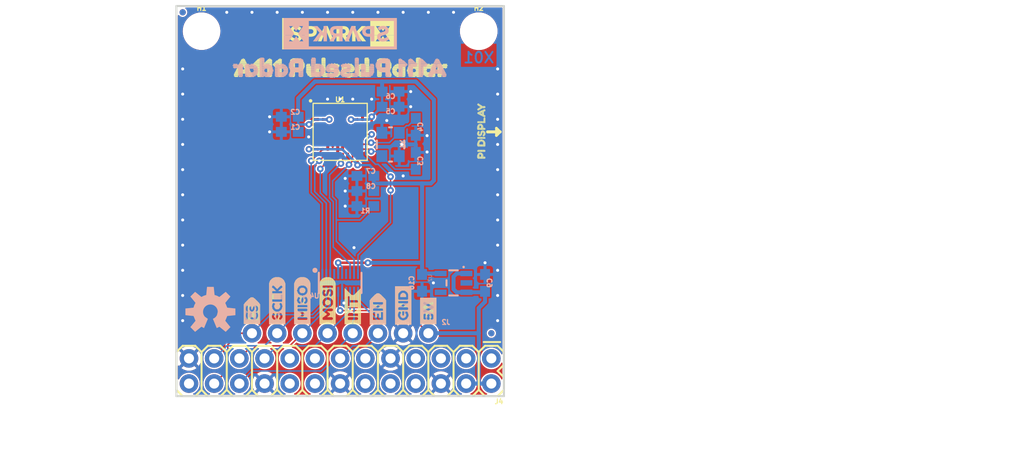
<source format=kicad_pcb>
(kicad_pcb (version 20211014) (generator pcbnew)
  (layers (0 "F.Cu" signal) (31 "B.Cu" signal) (34 "B.Paste" user) (35 "F.Paste" user) (36 "B.SilkS" user "B.Silkscreen") (37 "F.SilkS" user "F.Silkscreen") (38 "B.Mask" user) (39 "F.Mask" user) (44 "Edge.Cuts" user))
  (net 0 "")
  (net 1 "GND")
  (net 2 "1.8V")
  (net 3 "INTERRUPT")
  (net 4 "SCLK")
  (net 5 "MOSI")
  (net 6 "MISO")
  (net 7 "~{CS}")
  (net 8 "ENABLE")
  (net 9 "N$1")
  (net 10 "N$2")
  (net 11 "5V")
  (net 12 "SCLK_RPI")
  (net 13 "MISO_RPI")
  (net 14 "MOSI_RPI")
  (net 15 "~{CS}_RPI")
  (net 16 "INTERRUPT_RPI")
  (net 17 "ENABLE_RPI")
  (footprint "eagleBoard:#CS9" (layer "F.Cu") (at 139.6111 118.0846 90)
    (fp_text reference "U$17" hide)
    (fp_text value "" hide)
  )
  (footprint "eagleBoard:CREATIVE_COMMONS" (layer "F.Cu") (at 134.5311 132.3086)
    (fp_text reference "FRAME1" hide)
    (fp_text value "FRAME-LETTER" hide)
  )
  (footprint "eagleBoard:MISO4" (layer "F.Cu") (at 144.6911 117.9576 90)
    (fp_text reference "U$3" hide)
    (fp_text value "" hide)
  )
  (footprint "eagleBoard:FIDUCIAL-MICRO" (layer "F.Cu") (at 163.7411 118.3386)
    (fp_text reference "FD1" hide)
    (fp_text value "FIDUCIALUFIDUCIAL" hide)
    (pad "1" smd roundrect (at 0 0) (size 0.635 0.635) (layers "F.Cu" "F.Mask") (roundrect_rratio 0.5))
  )
  (footprint "eagleBoard:INT8" (layer "F.Cu") (at 149.7711 117.9576 90)
    (fp_text reference "U$5" hide)
    (fp_text value "" hide)
  )
  (footprint "eagleBoard:MOSI5" (layer "F.Cu") (at 147.2311 117.9576 90)
    (fp_text reference "U$4" hide)
    (fp_text value "" hide)
  )
  (footprint "eagleBoard:A111" (layer "F.Cu") (at 148.5011 98.0186)
    (fp_text reference "U1" (at 0 -2.9718) (layer "F.SilkS") (effects (font (size 0.48768 0.48768) (thickness 0.12192)) (justify bottom)))
    (fp_text value "A111")
    (pad "A2" smd roundrect (at -1.75 -2.25) (size 0.3 0.3) (layers "F.Cu" "F.Paste" "F.Mask") (roundrect_rratio 0.5))
    (pad "A3" smd roundrect (at -1.25 -2.25) (size 0.3 0.3) (layers "F.Cu" "F.Paste" "F.Mask") (roundrect_rratio 0.5) (net 1 "GND"))
    (pad "A4" smd roundrect (at -0.75 -2.25) (size 0.3 0.3) (layers "F.Cu" "F.Paste" "F.Mask") (roundrect_rratio 0.5) (net 1 "GND"))
    (pad "A5" smd roundrect (at -0.25 -2.25) (size 0.3 0.3) (layers "F.Cu" "F.Paste" "F.Mask") (roundrect_rratio 0.5) (net 1 "GND"))
    (pad "A6" smd roundrect (at 0.25 -2.25) (size 0.3 0.3) (layers "F.Cu" "F.Paste" "F.Mask") (roundrect_rratio 0.5) (net 1 "GND"))
    (pad "A7" smd roundrect (at 0.75 -2.25) (size 0.3 0.3) (layers "F.Cu" "F.Paste" "F.Mask") (roundrect_rratio 0.5) (net 1 "GND"))
    (pad "A8" smd roundrect (at 1.25 -2.25) (size 0.3 0.3) (layers "F.Cu" "F.Paste" "F.Mask") (roundrect_rratio 0.5) (net 1 "GND"))
    (pad "A9" smd roundrect (at 1.75 -2.25) (size 0.3 0.3) (layers "F.Cu" "F.Paste" "F.Mask") (roundrect_rratio 0.5) (net 1 "GND"))
    (pad "B1" smd roundrect (at -2.25 -1.75) (size 0.3 0.3) (layers "F.Cu" "F.Paste" "F.Mask") (roundrect_rratio 0.5))
    (pad "B2" smd roundrect (at -1.75 -1.75) (size 0.3 0.3) (layers "F.Cu" "F.Paste" "F.Mask") (roundrect_rratio 0.5) (net 1 "GND"))
    (pad "B9" smd roundrect (at 1.75 -1.75) (size 0.3 0.3) (layers "F.Cu" "F.Paste" "F.Mask") (roundrect_rratio 0.5) (net 1 "GND"))
    (pad "B10" smd roundrect (at 2.25 -1.75) (size 0.3 0.3) (layers "F.Cu" "F.Paste" "F.Mask") (roundrect_rratio 0.5) (net 1 "GND"))
    (pad "C1" smd roundrect (at -2.25 -1.25) (size 0.3 0.3) (layers "F.Cu" "F.Paste" "F.Mask") (roundrect_rratio 0.5) (net 1 "GND"))
    (pad "C2" smd roundrect (at -1.75 -1.25) (size 0.3 0.3) (layers "F.Cu" "F.Paste" "F.Mask") (roundrect_rratio 0.5) (net 2 "1.8V"))
    (pad "C9" smd roundrect (at 1.75 -1.25) (size 0.3 0.3) (layers "F.Cu" "F.Paste" "F.Mask") (roundrect_rratio 0.5) (net 2 "1.8V"))
    (pad "C10" smd roundrect (at 2.25 -1.25) (size 0.3 0.3) (layers "F.Cu" "F.Paste" "F.Mask") (roundrect_rratio 0.5) (net 1 "GND"))
    (pad "D1" smd roundrect (at -2.25 -0.75) (size 0.3 0.3) (layers "F.Cu" "F.Paste" "F.Mask") (roundrect_rratio 0.5) (net 2 "1.8V"))
    (pad "D2" smd roundrect (at -1.75 -0.75) (size 0.3 0.3) (layers "F.Cu" "F.Paste" "F.Mask") (roundrect_rratio 0.5) (net 1 "GND"))
    (pad "D9" smd roundrect (at 1.75 -0.75) (size 0.3 0.3) (layers "F.Cu" "F.Paste" "F.Mask") (roundrect_rratio 0.5) (net 1 "GND"))
    (pad "D10" smd roundrect (at 2.25 -0.75) (size 0.3 0.3) (layers "F.Cu" "F.Paste" "F.Mask") (roundrect_rratio 0.5) (net 2 "1.8V"))
    (pad "E1" smd roundrect (at -2.25 -0.25) (size 0.3 0.3) (layers "F.Cu" "F.Paste" "F.Mask") (roundrect_rratio 0.5) (net 1 "GND"))
    (pad "E2" smd roundrect (at -1.75 -0.25) (size 0.3 0.3) (layers "F.Cu" "F.Paste" "F.Mask") (roundrect_rratio 0.5) (net 1 "GND"))
    (pad "E9" smd roundrect (at 1.75 -0.25) (size 0.3 0.3) (layers "F.Cu" "F.Paste" "F.Mask") (roundrect_rratio 0.5) (net 1 "GND"))
    (pad "E10" smd roundrect (at 2.25 -0.25) (size 0.3 0.3) (layers "F.Cu" "F.Paste" "F.Mask") (roundrect_rratio 0.5) (net 1 "GND"))
    (pad "F1" smd roundrect (at -2.25 0.25) (size 0.3 0.3) (layers "F.Cu" "F.Paste" "F.Mask") (roundrect_rratio 0.5) (net 1 "GND"))
    (pad "F2" smd roundrect (at -1.75 0.25) (size 0.3 0.3) (layers "F.Cu" "F.Paste" "F.Mask") (roundrect_rratio 0.5) (net 1 "GND"))
    (pad "F9" smd roundrect (at 1.75 0.25) (size 0.3 0.3) (layers "F.Cu" "F.Paste" "F.Mask") (roundrect_rratio 0.5) (net 1 "GND"))
    (pad "F10" smd roundrect (at 2.25 0.25) (size 0.3 0.3) (layers "F.Cu" "F.Paste" "F.Mask") (roundrect_rratio 0.5) (net 8 "ENABLE"))
    (pad "G1" smd roundrect (at -2.25 0.75) (size 0.3 0.3) (layers "F.Cu" "F.Paste" "F.Mask") (roundrect_rratio 0.5) (net 1 "GND"))
    (pad "G10" smd roundrect (at 2.25 0.75) (size 0.3 0.3) (layers "F.Cu" "F.Paste" "F.Mask") (roundrect_rratio 0.5) (net 1 "GND"))
    (pad "H1" smd roundrect (at -2.25 1.25) (size 0.3 0.3) (layers "F.Cu" "F.Paste" "F.Mask") (roundrect_rratio 0.5) (net 1 "GND"))
    (pad "H2" smd roundrect (at -1.75 1.25) (size 0.3 0.3) (layers "F.Cu" "F.Paste" "F.Mask") (roundrect_rratio 0.5) (net 1 "GND"))
    (pad "H9" smd roundrect (at 1.75 1.25) (size 0.3 0.3) (layers "F.Cu" "F.Paste" "F.Mask") (roundrect_rratio 0.5) (net 1 "GND"))
    (pad "H10" smd roundrect (at 2.25 1.25) (size 0.3 0.3) (layers "F.Cu" "F.Paste" "F.Mask") (roundrect_rratio 0.5) (net 10 "N$2"))
    (pad "J1" smd roundrect (at -2.25 1.75) (size 0.3 0.3) (layers "F.Cu" "F.Paste" "F.Mask") (roundrect_rratio 0.5) (net 2 "1.8V"))
    (pad "J2" smd roundrect (at -1.75 1.75) (size 0.3 0.3) (layers "F.Cu" "F.Paste" "F.Mask") (roundrect_rratio 0.5) (net 7 "~{CS}"))
    (pad "J3" smd roundrect (at -1.25 1.75) (size 0.3 0.3) (layers "F.Cu" "F.Paste" "F.Mask") (roundrect_rratio 0.5) (net 1 "GND"))
    (pad "J5" smd roundrect (at -0.25 1.75) (size 0.3 0.3) (layers "F.Cu" "F.Paste" "F.Mask") (roundrect_rratio 0.5) (net 1 "GND"))
    (pad "J6" smd roundrect (at 0.25 1.75) (size 0.3 0.3) (layers "F.Cu" "F.Paste" "F.Mask") (roundrect_rratio 0.5) (net 1 "GND"))
    (pad "J8" smd roundrect (at 1.25 1.75) (size 0.3 0.3) (layers "F.Cu" "F.Paste" "F.Mask") (roundrect_rratio 0.5) (net 1 "GND"))
    (pad "J9" smd roundrect (at 1.75 1.75) (size 0.3 0.3) (layers "F.Cu" "F.Paste" "F.Mask") (roundrect_rratio 0.5) (net 2 "1.8V"))
    (pad "J10" smd roundrect (at 2.25 1.75) (size 0.3 0.3) (layers "F.Cu" "F.Paste" "F.Mask") (roundrect_rratio 0.5) (net 9 "N$1"))
    (pad "K2" smd roundrect (at -1.75 2.25) (size 0.3 0.3) (layers "F.Cu" "F.Paste" "F.Mask") (roundrect_rratio 0.5) (net 4 "SCLK"))
    (pad "K3" smd roundrect (at -1.25 2.25) (size 0.3 0.3) (layers "F.Cu" "F.Paste" "F.Mask") (roundrect_rratio 0.5) (net 6 "MISO"))
    (pad "K4" smd roundrect (at -0.75 2.25) (size 0.3 0.3) (layers "F.Cu" "F.Paste" "F.Mask") (roundrect_rratio 0.5) (net 1 "GND"))
    (pad "K5" smd roundrect (at -0.25 2.25) (size 0.3 0.3) (layers "F.Cu" "F.Paste" "F.Mask") (roundrect_rratio 0.5) (net 1 "GND"))
    (pad "K6" smd roundrect (at 0.25 2.25) (size 0.3 0.3) (layers "F.Cu" "F.Paste" "F.Mask") (roundrect_rratio 0.5) (net 5 "MOSI"))
    (pad "K7" smd roundrect (at 0.75 2.25) (size 0.3 0.3) (layers "F.Cu" "F.Paste" "F.Mask") (roundrect_rratio 0.5) (net 1 "GND"))
    (pad "K8" smd roundrect (at 1.25 2.25) (size 0.3 0.3) (layers "F.Cu" "F.Paste" "F.Mask") (roundrect_rratio 0.5) (net 3 "INTERRUPT"))
    (pad "K9" smd roundrect (at 1.75 2.25) (size 0.3 0.3) (layers "F.Cu" "F.Paste" "F.Mask") (roundrect_rratio 0.5) (net 2 "1.8V"))
  )
  (footprint "eagleBoard:SCLK3" (layer "F.Cu") (at 142.1511 117.9576 90)
    (fp_text reference "U$2" hide)
    (fp_text value "" hide)
  )
  (footprint "eagleBoard:SPARKX-LARGE" (layer "F.Cu") (at 148.3741 88.1126)
    (fp_text reference "LOGO1" hide)
    (fp_text value "SPARKX-LOGO5" hide)
  )
  (footprint "eagleBoard:5V1" (layer "F.Cu") (at 157.3911 117.9576 90)
    (fp_text reference "U$8" hide)
    (fp_text value "" hide)
  )
  (footprint "eagleBoard:FIDUCIAL-MICRO" (layer "F.Cu") (at 132.6261 85.9536)
    (fp_text reference "FD2" hide)
    (fp_text value "FIDUCIALUFIDUCIAL" hide)
    (pad "1" smd roundrect (at 0 0) (size 0.635 0.635) (layers "F.Cu" "F.Mask") (roundrect_rratio 0.5))
  )
  (footprint "eagleBoard:PI_DISPLAY9" (layer "F.Cu") (at 162.7251 101.4476 90)
    (fp_text reference "U$12" hide)
    (fp_text value "" hide)
  )
  (footprint "eagleBoard:EN9" (layer "F.Cu") (at 152.3111 117.9576 90)
    (fp_text reference "U$6" hide)
    (fp_text value "" hide)
  )
  (footprint "eagleBoard:STAND-OFF" (layer "F.Cu") (at 134.5311 87.8586)
    (fp_text reference "H1" (at 0 -2.032) (layer "F.SilkS") (effects (font (size 0.48768 0.48768) (thickness 0.12192)) (justify bottom)))
    (fp_text value "STAND-OFF")
    (pad "" np_thru_hole circle (at 0 0) (size 3.302 3.302) (drill 3.302) (layers *.Cu *.Mask))
  )
  (footprint "eagleBoard:2X13" (layer "F.Cu") (at 163.7411 120.8786 180)
    (fp_text reference "J4" (at -1.27 -4.064 180) (layer "F.SilkS") (effects (font (size 0.48768 0.48768) (thickness 0.12192)) (justify right top)))
    (fp_text value "RASPBERRYPI-26-PIN-GPIO")
    (pad "1" thru_hole circle (at 0 0 270) (size 1.8796 1.8796) (drill 1.016) (layers *.Cu *.Mask))
    (pad "2" thru_hole circle (at 0 -2.54 90) (size 1.8796 1.8796) (drill 1.016) (layers *.Cu *.Mask) (net 11 "5V"))
    (pad "3" thru_hole circle (at 2.54 0 270) (size 1.8796 1.8796) (drill 1.016) (layers *.Cu *.Mask))
    (pad "4" thru_hole circle (at 2.54 -2.54 90) (size 1.8796 1.8796) (drill 1.016) (layers *.Cu *.Mask) (net 11 "5V"))
    (pad "5" thru_hole circle (at 5.08 0 270) (size 1.8796 1.8796) (drill 1.016) (layers *.Cu *.Mask))
    (pad "6" thru_hole circle (at 5.08 -2.54 90) (size 1.8796 1.8796) (drill 1.016) (layers *.Cu *.Mask) (net 1 "GND"))
    (pad "7" thru_hole circle (at 7.62 0 270) (size 1.8796 1.8796) (drill 1.016) (layers *.Cu *.Mask))
    (pad "8" thru_hole circle (at 7.62 -2.54 90) (size 1.8796 1.8796) (drill 1.016) (layers *.Cu *.Mask))
    (pad "9" thru_hole circle (at 10.16 0 270) (size 1.8796 1.8796) (drill 1.016) (layers *.Cu *.Mask) (net 1 "GND"))
    (pad "10" thru_hole circle (at 10.16 -2.54 90) (size 1.8796 1.8796) (drill 1.016) (layers *.Cu *.Mask))
    (pad "11" thru_hole circle (at 12.7 0 270) (size 1.8796 1.8796) (drill 1.016) (layers *.Cu *.Mask))
    (pad "12" thru_hole circle (at 12.7 -2.54 90) (size 1.8796 1.8796) (drill 1.016) (layers *.Cu *.Mask))
    (pad "13" thru_hole circle (at 15.24 0 270) (size 1.8796 1.8796) (drill 1.016) (layers *.Cu *.Mask) (net 17 "ENABLE_RPI"))
    (pad "14" thru_hole circle (at 15.24 -2.54 90) (size 1.8796 1.8796) (drill 1.016) (layers *.Cu *.Mask) (net 1 "GND"))
    (pad "15" thru_hole circle (at 17.78 0 270) (size 1.8796 1.8796) (drill 1.016) (layers *.Cu *.Mask))
    (pad "16" thru_hole circle (at 17.78 -2.54 90) (size 1.8796 1.8796) (drill 1.016) (layers *.Cu *.Mask))
    (pad "17" thru_hole circle (at 20.32 0 270) (size 1.8796 1.8796) (drill 1.016) (layers *.Cu *.Mask))
    (pad "18" thru_hole circle (at 20.32 -2.54 90) (size 1.8796 1.8796) (drill 1.016) (layers *.Cu *.Mask))
    (pad "19" thru_hole circle (at 22.86 0 270) (size 1.8796 1.8796) (drill 1.016) (layers *.Cu *.Mask) (net 14 "MOSI_RPI"))
    (pad "20" thru_hole circle (at 22.86 -2.54 90) (size 1.8796 1.8796) (drill 1.016) (layers *.Cu *.Mask) (net 1 "GND"))
    (pad "21" thru_hole circle (at 25.4 0 270) (size 1.8796 1.8796) (drill 1.016) (layers *.Cu *.Mask) (net 13 "MISO_RPI"))
    (pad "22" thru_hole circle (at 25.4 -2.54 90) (size 1.8796 1.8796) (drill 1.016) (layers *.Cu *.Mask) (net 16 "INTERRUPT_RPI"))
    (pad "23" thru_hole circle (at 27.94 0 270) (size 1.8796 1.8796) (drill 1.016) (layers *.Cu *.Mask) (net 12 "SCLK_RPI"))
    (pad "24" thru_hole circle (at 27.94 -2.54 90) (size 1.8796 1.8796) (drill 1.016) (layers *.Cu *.Mask) (net 15 "~{CS}_RPI"))
    (pad "25" thru_hole circle (at 30.48 0 270) (size 1.8796 1.8796) (drill 1.016) (layers *.Cu *.Mask) (net 1 "GND"))
    (pad "26" thru_hole circle (at 30.48 -2.54 90) (size 1.8796 1.8796) (drill 1.016) (layers *.Cu *.Mask))
  )
  (footprint "eagleBoard:A111_PULSED_RADAR9" (layer "F.Cu") (at 136.1821 91.5416)
    (fp_text reference "U$1" hide)
    (fp_text value "" hide)
  )
  (footprint "eagleBoard:GND0" (layer "F.Cu") (at 154.8511 117.9576 90)
    (fp_text reference "U$7" hide)
    (fp_text value "" hide)
  )
  (footprint "eagleBoard:STAND-OFF" (layer "F.Cu") (at 162.4711 87.8586)
    (fp_text reference "H2" (at 0 -2.032) (layer "F.SilkS") (effects (font (size 0.48768 0.48768) (thickness 0.12192)) (justify bottom)))
    (fp_text value "STAND-OFF")
    (pad "" np_thru_hole circle (at 0 0) (size 3.302 3.302) (drill 3.302) (layers *.Cu *.Mask))
  )
  (footprint "eagleBoard:0603" (layer "B.Cu") (at 151.0411 102.4636 180)
    (fp_text reference "C7" (at 0 0.762) (layer "B.SilkS") (effects (font (size 0.48768 0.48768) (thickness 0.12192)) (justify right top mirror)))
    (fp_text value "0.1uF")
    (pad "1" smd rect (at -0.85 0 180) (size 1.1 1) (layers "B.Cu" "B.Paste" "B.Mask") (net 2 "1.8V"))
    (pad "2" smd rect (at 0.85 0 180) (size 1.1 1) (layers "B.Cu" "B.Paste" "B.Mask") (net 1 "GND"))
  )
  (footprint "eagleBoard:GND0" (layer "B.Cu") (at 154.8511 117.9576 90)
    (fp_text reference "U$15" hide)
    (fp_text value "" hide)
  )
  (footprint "eagleBoard:0603" (layer "B.Cu") (at 163.1061 113.2586 90)
    (fp_text reference "C9" (at 0 0.762 270) (layer "B.SilkS") (effects (font (size 0.48768 0.48768) (thickness 0.12192)) (justify bottom mirror)))
    (fp_text value "1.0uF")
    (pad "1" smd rect (at -0.85 0 90) (size 1.1 1) (layers "B.Cu" "B.Paste" "B.Mask") (net 11 "5V"))
    (pad "2" smd rect (at 0.85 0 90) (size 1.1 1) (layers "B.Cu" "B.Paste" "B.Mask") (net 1 "GND"))
  )
  (footprint "eagleBoard:0603" (layer "B.Cu") (at 156.1211 97.5106 90)
    (fp_text reference "C4" (at 0 0.762 270) (layer "B.SilkS") (effects (font (size 0.48768 0.48768) (thickness 0.12192)) (justify bottom mirror)))
    (fp_text value "10pF")
    (pad "1" smd rect (at -0.85 0 90) (size 1.1 1) (layers "B.Cu" "B.Paste" "B.Mask") (net 1 "GND"))
    (pad "2" smd rect (at 0.85 0 90) (size 1.1 1) (layers "B.Cu" "B.Paste" "B.Mask") (net 10 "N$2"))
  )
  (footprint "eagleBoard:0603" (layer "B.Cu") (at 151.0411 103.9876 180)
    (fp_text reference "C8" (at 0 0.762) (layer "B.SilkS") (effects (font (size 0.48768 0.48768) (thickness 0.12192)) (justify right top mirror)))
    (fp_text value "1.0uF")
    (pad "1" smd rect (at -0.85 0 180) (size 1.1 1) (layers "B.Cu" "B.Paste" "B.Mask") (net 2 "1.8V"))
    (pad "2" smd rect (at 0.85 0 180) (size 1.1 1) (layers "B.Cu" "B.Paste" "B.Mask") (net 1 "GND"))
  )
  (footprint "eagleBoard:CRYSTAL-SMD-3.2X2.5MM" (layer "B.Cu") (at 153.5811 99.2886 90)
    (fp_text reference "Y1" (at 0 1.524 270) (layer "B.SilkS") (effects (font (size 0.48768 0.48768) (thickness 0.12192)) (justify bottom mirror)))
    (fp_text value "26MHz")
    (pad "1" smd rect (at -1.175 -0.875 270) (size 1.2 1.1) (layers "B.Cu" "B.Paste" "B.Mask") (net 9 "N$1"))
    (pad "2" smd rect (at 1.175 -0.875 90) (size 1.2 1.1) (layers "B.Cu" "B.Paste" "B.Mask") (net 1 "GND"))
    (pad "3" smd rect (at 1.175 0.875 90) (size 1.2 1.1) (layers "B.Cu" "B.Paste" "B.Mask") (net 10 "N$2"))
    (pad "4" smd rect (at -1.175 0.875 270) (size 1.2 1.1) (layers "B.Cu" "B.Paste" "B.Mask") (net 1 "GND"))
  )
  (footprint "eagleBoard:SCLK3" (layer "B.Cu") (at 142.1511 117.9576 90)
    (fp_text reference "U$10" hide)
    (fp_text value "" hide)
  )
  (footprint "eagleBoard:FIDUCIAL-MICRO" (layer "B.Cu") (at 163.7411 118.3386 180)
    (fp_text reference "FD4" hide)
    (fp_text value "FIDUCIALUFIDUCIAL" hide)
    (pad "1" smd roundrect (at 0 0 180) (size 0.635 0.635) (layers "B.Cu" "B.Mask") (roundrect_rratio 0.5))
  )
  (footprint "eagleBoard:#CS9" (layer "B.Cu") (at 139.6111 118.0846 90)
    (fp_text reference "U$13" hide)
    (fp_text value "" hide)
  )
  (footprint "eagleBoard:A111_PULSED_RADAR9" (layer "B.Cu") (at 160.8201 91.5416 180)
    (fp_text reference "U$9" hide)
    (fp_text value "" hide)
  )
  (footprint "eagleBoard:MISO4" (layer "B.Cu") (at 144.6911 117.9576 90)
    (fp_text reference "U$11" hide)
    (fp_text value "" hide)
  )
  (footprint "eagleBoard:1X08_NO_SILK" (layer "B.Cu") (at 157.3911 118.3386 180)
    (fp_text reference "J2" (at -1.27 1.397) (layer "B.SilkS") (effects (font (size 0.48768 0.48768) (thickness 0.12192)) (justify right top mirror)))
    (fp_text value "")
    (pad "1" thru_hole circle (at 0 0 90) (size 1.8796 1.8796) (drill 1.016) (layers *.Cu *.Mask) (net 11 "5V"))
    (pad "2" thru_hole circle (at 2.54 0 90) (size 1.8796 1.8796) (drill 1.016) (layers *.Cu *.Mask) (net 1 "GND"))
    (pad "3" thru_hole circle (at 5.08 0 90) (size 1.8796 1.8796) (drill 1.016) (layers *.Cu *.Mask) (net 17 "ENABLE_RPI"))
    (pad "4" thru_hole circle (at 7.62 0 90) (size 1.8796 1.8796) (drill 1.016) (layers *.Cu *.Mask) (net 16 "INTERRUPT_RPI"))
    (pad "5" thru_hole circle (at 10.16 0 90) (size 1.8796 1.8796) (drill 1.016) (layers *.Cu *.Mask) (net 14 "MOSI_RPI"))
    (pad "6" thru_hole circle (at 12.7 0 90) (size 1.8796 1.8796) (drill 1.016) (layers *.Cu *.Mask) (net 13 "MISO_RPI"))
    (pad "7" thru_hole circle (at 15.24 0 90) (size 1.8796 1.8796) (drill 1.016) (layers *.Cu *.Mask) (net 12 "SCLK_RPI"))
    (pad "8" thru_hole circle (at 17.78 0 90) (size 1.8796 1.8796) (drill 1.016) (layers *.Cu *.Mask) (net 15 "~{CS}_RPI"))
  )
  (footprint "eagleBoard:SPARKX-LARGE" (layer "B.Cu") (at 148.5011 88.1126 180)
    (fp_text reference "LOGO3" hide)
    (fp_text value "SPARKX-LOGO5" hide)
  )
  (footprint "eagleBoard:5V1" (layer "B.Cu") (at 157.3911 117.9576 90)
    (fp_text reference "U$16" hide)
    (fp_text value "" hide)
  )
  (footprint "eagleBoard:0603" (layer "B.Cu") (at 156.1211 100.9396 90)
    (fp_text reference "C3" (at 0 0.762 270) (layer "B.SilkS") (effects (font (size 0.48768 0.48768) (thickness 0.12192)) (justify bottom mirror)))
    (fp_text value "10pF")
    (pad "1" smd rect (at -0.85 0 90) (size 1.1 1) (layers "B.Cu" "B.Paste" "B.Mask") (net 9 "N$1"))
    (pad "2" smd rect (at 0.85 0 90) (size 1.1 1) (layers "B.Cu" "B.Paste" "B.Mask") (net 1 "GND"))
  )
  (footprint "eagleBoard:0603" (layer "B.Cu") (at 143.4211 96.4946 180)
    (fp_text reference "C2" (at 0 0.762) (layer "B.SilkS") (effects (font (size 0.48768 0.48768) (thickness 0.12192)) (justify right top mirror)))
    (fp_text value "1.0uF")
    (pad "1" smd rect (at -0.85 0 180) (size 1.1 1) (layers "B.Cu" "B.Paste" "B.Mask") (net 2 "1.8V"))
    (pad "2" smd rect (at 0.85 0 180) (size 1.1 1) (layers "B.Cu" "B.Paste" "B.Mask") (net 1 "GND"))
  )
  (footprint "eagleBoard:0603" (layer "B.Cu") (at 143.4211 98.0186 180)
    (fp_text reference "C1" (at 0 0.762) (layer "B.SilkS") (effects (font (size 0.48768 0.48768) (thickness 0.12192)) (justify right top mirror)))
    (fp_text value "0.1uF")
    (pad "1" smd rect (at -0.85 0 180) (size 1.1 1) (layers "B.Cu" "B.Paste" "B.Mask") (net 2 "1.8V"))
    (pad "2" smd rect (at 0.85 0 180) (size 1.1 1) (layers "B.Cu" "B.Paste" "B.Mask") (net 1 "GND"))
  )
  (footprint "eagleBoard:0603" (layer "B.Cu") (at 153.5811 95.4786)
    (fp_text reference "C5" (at 0 0.762 180) (layer "B.SilkS") (effects (font (size 0.48768 0.48768) (thickness 0.12192)) (justify bottom mirror)))
    (fp_text value "0.1uF")
    (pad "1" smd rect (at -0.85 0) (size 1.1 1) (layers "B.Cu" "B.Paste" "B.Mask") (net 2 "1.8V"))
    (pad "2" smd rect (at 0.85 0) (size 1.1 1) (layers "B.Cu" "B.Paste" "B.Mask") (net 1 "GND"))
  )
  (footprint "eagleBoard:FIDUCIAL-MICRO" (layer "B.Cu") (at 132.6261 85.9536 180)
    (fp_text reference "FD3" hide)
    (fp_text value "FIDUCIALUFIDUCIAL" hide)
    (pad "1" smd roundrect (at 0 0 180) (size 0.635 0.635) (layers "B.Cu" "B.Mask") (roundrect_rratio 0.5))
  )
  (footprint "eagleBoard:UFDFN-20" (layer "B.Cu") (at 148.5011 113.2586)
    (fp_text reference "U4" (at -2.032 1.6 180) (layer "B.SilkS") (effects (font (size 0.48768 0.48768) (thickness 0.12192)) (justify left bottom mirror)))
    (fp_text value "TXB0108DQSR")
    (pad "1" smd rect (at -1.8 -0.85 270) (size 1.1 0.2) (layers "B.Cu" "B.Mask") (net 7 "~{CS}"))
    (pad "2" smd rect (at -1.4 -0.9 270) (size 1 0.2) (layers "B.Cu" "B.Mask") (net 4 "SCLK"))
    (pad "3" smd rect (at -1 -0.9 270) (size 1 0.2) (layers "B.Cu" "B.Mask") (net 6 "MISO"))
    (pad "4" smd rect (at -0.6 -0.9 270) (size 1 0.2) (layers "B.Cu" "B.Mask"))
    (pad "5" smd rect (at -0.2 -0.9 270) (size 1 0.2) (layers "B.Cu" "B.Mask") (net 2 "1.8V"))
    (pad "6" smd rect (at 0.2 -0.9 270) (size 1 0.2) (layers "B.Cu" "B.Mask") (net 2 "1.8V"))
    (pad "7" smd rect (at 0.6 -0.9 270) (size 1 0.2) (layers "B.Cu" "B.Mask"))
    (pad "8" smd rect (at 1 -0.9 270) (size 1 0.2) (layers "B.Cu" "B.Mask") (net 5 "MOSI"))
    (pad "9" smd rect (at 1.4 -0.9 270) (size 1 0.2) (layers "B.Cu" "B.Mask") (net 3 "INTERRUPT"))
    (pad "10" smd rect (at 1.8 -0.9 270) (size 1 0.2) (layers "B.Cu" "B.Mask") (net 8 "ENABLE"))
    (pad "11" smd rect (at 1.8 0.9 270) (size 1 0.2) (layers "B.Cu" "B.Mask") (net 17 "ENABLE_RPI"))
    (pad "12" smd rect (at 1.4 0.9 270) (size 1 0.2) (layers "B.Cu" "B.Mask") (net 16 "INTERRUPT_RPI"))
    (pad "13" smd rect (at 1 0.9 270) (size 1 0.2) (layers "B.Cu" "B.Mask") (net 14 "MOSI_RPI"))
    (pad "14" smd rect (at 0.6 0.9 270) (size 1 0.2) (layers "B.Cu" "B.Mask"))
    (pad "15" smd rect (at 0.2 0.9 270) (size 1 0.2) (layers "B.Cu" "B.Mask") (net 1 "GND"))
    (pad "16" smd rect (at -0.2 0.9 270) (size 1 0.2) (layers "B.Cu" "B.Mask") (net 11 "5V"))
    (pad "17" smd rect (at -0.6 0.9 270) (size 1 0.2) (layers "B.Cu" "B.Mask"))
    (pad "18" smd rect (at -1 0.9 270) (size 1 0.2) (layers "B.Cu" "B.Mask") (net 13 "MISO_RPI"))
    (pad "19" smd rect (at -1.4 0.9 270) (size 1 0.2) (layers "B.Cu" "B.Mask") (net 12 "SCLK_RPI"))
    (pad "20" smd rect (at -1.8 0.9 270) (size 1 0.2) (layers "B.Cu" "B.Mask") (net 15 "~{CS}_RPI"))
  )
  (footprint "eagleBoard:0603" (layer "B.Cu") (at 153.5811 93.9546)
    (fp_text reference "C6" (at 0 0.762 180) (layer "B.SilkS") (effects (font (size 0.48768 0.48768) (thickness 0.12192)) (justify bottom mirror)))
    (fp_text value "1.0uF")
    (pad "1" smd rect (at -0.85 0) (size 1.1 1) (layers "B.Cu" "B.Paste" "B.Mask") (net 2 "1.8V"))
    (pad "2" smd rect (at 0.85 0) (size 1.1 1) (layers "B.Cu" "B.Paste" "B.Mask") (net 1 "GND"))
  )
  (footprint "eagleBoard:0603" (layer "B.Cu") (at 156.7561 113.2586 -90)
    (fp_text reference "C10" (at 0 0.762 90) (layer "B.SilkS") (effects (font (size 0.48768 0.48768) (thickness 0.12192)) (justify bottom mirror)))
    (fp_text value "1.0uF")
    (pad "1" smd rect (at -0.85 0 270) (size 1.1 1) (layers "B.Cu" "B.Paste" "B.Mask") (net 2 "1.8V"))
    (pad "2" smd rect (at 0.85 0 270) (size 1.1 1) (layers "B.Cu" "B.Paste" "B.Mask") (net 1 "GND"))
  )
  (footprint "eagleBoard:OSHW-LOGO-M" (layer "B.Cu") (at 135.4201 116.1796 180)
    (fp_text reference "LOGO2" hide)
    (fp_text value "OSHW-LOGOM" hide)
  )
  (footprint "eagleBoard:SOT23-5" (layer "B.Cu") (at 159.9311 113.2586 -90)
    (fp_text reference "U2" (at -0.889 2.159 90) (layer "B.SilkS") (effects (font (size 0.373888 0.373888) (thickness 0.032512)) (justify left bottom mirror)))
    (fp_text value "V_REG_AP2112K-1.8")
    (pad "1" smd rect (at -0.95 -1.3001 270) (size 0.55 1.2) (layers "B.Cu" "B.Paste" "B.Mask") (net 11 "5V"))
    (pad "2" smd rect (at 0 -1.3001 270) (size 0.55 1.2) (layers "B.Cu" "B.Paste" "B.Mask"))
    (pad "3" smd rect (at 0.95 -1.3001 270) (size 0.55 1.2) (layers "B.Cu" "B.Paste" "B.Mask") (net 11 "5V"))
    (pad "4" smd rect (at 0.95 1.3001 270) (size 0.55 1.2) (layers "B.Cu" "B.Paste" "B.Mask"))
    (pad "5" smd rect (at -0.95 1.3001 270) (size 0.55 1.2) (layers "B.Cu" "B.Paste" "B.Mask") (net 2 "1.8V"))
  )
  (footprint "eagleBoard:EN9" (layer "B.Cu") (at 152.3111 117.9576 90)
    (fp_text reference "U$18" hide)
    (fp_text value "" hide)
  )
  (footprint "eagleBoard:0603" (layer "B.Cu") (at 151.0411 105.5116)
    (fp_text reference "R1" (at 0 0.762 180) (layer "B.SilkS") (effects (font (size 0.48768 0.48768) (thickness 0.12192)) (justify bottom mirror)))
    (fp_text value "100k")
    (pad "1" smd rect (at -0.85 0) (size 1.1 1) (layers "B.Cu" "B.Paste" "B.Mask") (net 1 "GND"))
    (pad "2" smd rect (at 0.85 0) (size 1.1 1) (layers "B.Cu" "B.Paste" "B.Mask") (net 3 "INTERRUPT"))
  )
  (gr_line (start 163.3601 98.0186) (end 164.6301 98.0186) (layer "F.SilkS") (width 0.3048))
  (gr_line (start 164.2491 98.3996) (end 164.6301 98.0186) (layer "F.SilkS") (width 0.254))
  (gr_line (start 164.2491 97.6376) (end 164.2491 98.3996) (layer "F.SilkS") (width 0.254))
  (gr_line (start 164.3761 97.7646) (end 164.3761 98.2726) (layer "F.SilkS") (width 0.254))
  (gr_line (start 164.6301 98.0186) (end 164.2491 97.6376) (layer "F.SilkS") (width 0.254))
  (gr_line (start 165.0111 124.6886) (end 165.0111 85.3186) (layer "Edge.Cuts") (width 0.2032))
  (gr_line (start 131.9911 124.6886) (end 165.0111 124.6886) (layer "Edge.Cuts") (width 0.2032))
  (gr_line (start 131.9911 85.3186) (end 131.9911 124.6886) (layer "Edge.Cuts") (width 0.2032))
  (gr_line (start 165.0111 85.3186) (end 131.9911 85.3186) (layer "Edge.Cuts") (width 0.2032))
  (gr_text "X01" (at 162.4711 91.1606) (layer "B.Cu") (effects (font (size 1.0795 1.0795) (thickness 0.1905)) (justify bottom mirror)))
  (via (at 147.2311 85.9536) (size 0.6604) (drill 0.3048) (layers "F.Cu" "B.Cu") (net 1))
  (via (at 164.3761 104.3686) (size 0.6604) (drill 0.3048) (layers "F.Cu" "B.Cu") (net 1))
  (via (at 157.3911 85.9536) (size 0.6604) (drill 0.3048) (layers "F.Cu" "B.Cu") (net 1))
  (via (at 153.2001 96.8756) (size 0.6604) (drill 0.3048) (layers "F.Cu" "B.Cu") (net 1))
  (via (at 144.6911 85.9536) (size 0.6604) (drill 0.3048) (layers "F.Cu" "B.Cu") (net 1))
  (via (at 163.1061 111.2266) (size 0.6604) (drill 0.3048) (layers "F.Cu" "B.Cu") (net 1))
  (via (at 148.5011 94.7166) (size 0.6604) (drill 0.3048) (layers "F.Cu" "B.Cu") (net 1))
  (via (at 152.3111 85.9536) (size 0.6604) (drill 0.3048) (layers "F.Cu" "B.Cu") (net 1))
  (via (at 154.7241 99.2886) (size 0.6604) (drill 0.3048) (layers "F.Cu" "B.Cu") (net 1))
  (via (at 132.6261 91.6686) (size 0.6604) (drill 0.3048) (layers "F.Cu" "B.Cu") (net 1))
  (via (at 147.2311 94.7166) (size 0.6604) (drill 0.3048) (layers "F.Cu" "B.Cu") (net 1))
  (via (at 159.9311 85.9536) (size 0.6604) (drill 0.3048) (layers "F.Cu" "B.Cu") (net 1))
  (via (at 139.6111 85.9536) (size 0.6604) (drill 0.3048) (layers "F.Cu" "B.Cu") (net 1))
  (via (at 132.6261 94.2086) (size 0.6604) (drill 0.3048) (layers "F.Cu" "B.Cu") (net 1))
  (via (at 164.3761 111.9886) (size 0.6604) (drill 0.3048) (layers "F.Cu" "B.Cu") (net 1))
  (via (at 151.6761 94.7166) (size 0.6604) (drill 0.3048) (layers "F.Cu" "B.Cu") (net 1))
  (via (at 149.0091 105.5116) (size 0.6604) (drill 0.3048) (layers "F.Cu" "B.Cu") (net 1))
  (via (at 155.6131 95.4786) (size 0.6604) (drill 0.3048) (layers "F.Cu" "B.Cu") (net 1))
  (via (at 164.3761 91.6686) (size 0.6604) (drill 0.3048) (layers "F.Cu" "B.Cu") (net 1))
  (via (at 154.8511 85.9536) (size 0.6604) (drill 0.3048) (layers "F.Cu" "B.Cu") (net 1))
  (via (at 142.1511 85.9536) (size 0.6604) (drill 0.3048) (layers "F.Cu" "B.Cu") (net 1))
  (via (at 149.7711 85.9536) (size 0.6604) (drill 0.3048) (layers "F.Cu" "B.Cu") (net 1))
  (via (at 132.6261 101.8286) (size 0.6604) (drill 0.3048) (layers "F.Cu" "B.Cu") (net 1))
  (via (at 132.6261 114.5286) (size 0.6604) (drill 0.3048) (layers "F.Cu" "B.Cu") (net 1))
  (via (at 145.3261 98.5266) (size 0.6604) (drill 0.3048) (layers "F.Cu" "B.Cu") (net 1))
  (via (at 132.6261 109.4486) (size 0.6604) (drill 0.3048) (layers "F.Cu" "B.Cu") (net 1))
  (via (at 132.6261 96.7486) (size 0.6604) (drill 0.3048) (layers "F.Cu" "B.Cu") (net 1))
  (via (at 141.3891 98.0186) (size 0.6604) (drill 0.3048) (layers "F.Cu" "B.Cu") (net 1))
  (via (at 141.3891 96.4946) (size 0.6604) (drill 0.3048) (layers "F.Cu" "B.Cu") (net 1))
  (via (at 164.3761 96.7486) (size 0.6604) (drill 0.3048) (layers "F.Cu" "B.Cu") (net 1))
  (via (at 164.3761 117.0686) (size 0.6604) (drill 0.3048) (layers "F.Cu" "B.Cu") (net 1))
  (via (at 132.6261 106.9086) (size 0.6604) (drill 0.3048) (layers "F.Cu" "B.Cu") (net 1))
  (via (at 132.6261 99.2886) (size 0.6604) (drill 0.3048) (layers "F.Cu" "B.Cu") (net 1))
  (via (at 149.7711 94.7166) (size 0.6604) (drill 0.3048) (layers "F.Cu" "B.Cu") (net 1))
  (via (at 132.6261 104.3686) (size 0.6604) (drill 0.3048) (layers "F.Cu" "B.Cu") (net 1))
  (via (at 154.8511 102.4636) (size 0.6604) (drill 0.3048) (layers "F.Cu" "B.Cu") (net 1))
  (via (at 137.0711 85.9536) (size 0.6604) (drill 0.3048) (layers "F.Cu" "B.Cu") (net 1))
  (via (at 164.3761 94.2086) (size 0.6604) (drill 0.3048) (layers "F.Cu" "B.Cu") (net 1))
  (via (at 164.3761 109.4486) (size 0.6604) (drill 0.3048) (layers "F.Cu" "B.Cu") (net 1))
  (via (at 155.6131 93.9546) (size 0.6604) (drill 0.3048) (layers "F.Cu" "B.Cu") (net 1))
  (via (at 157.8991 113.2586) (size 0.6604) (drill 0.3048) (layers "F.Cu" "B.Cu") (net 1))
  (via (at 164.3761 114.5286) (size 0.6604) (drill 0.3048) (layers "F.Cu" "B.Cu") (net 1))
  (via (at 157.2641 100.0506) (size 0.6604) (drill 0.3048) (layers "F.Cu" "B.Cu") (net 1))
  (via (at 149.0091 103.9876) (size 0.6604) (drill 0.3048) (layers "F.Cu" "B.Cu") (net 1))
  (via (at 164.3761 101.8286) (size 0.6604) (drill 0.3048) (layers "F.Cu" "B.Cu") (net 1))
  (via (at 164.3761 99.2886) (size 0.6604) (drill 0.3048) (layers "F.Cu" "B.Cu") (net 1))
  (via (at 164.3761 106.9086) (size 0.6604) (drill 0.3048) (layers "F.Cu" "B.Cu") (net 1))
  (via (at 157.2641 98.3996) (size 0.6604) (drill 0.3048) (layers "F.Cu" "B.Cu") (net 1))
  (via (at 148.8821 115.2906) (size 0.6604) (drill 0.3048) (layers "F.Cu" "B.Cu") (net 1))
  (via (at 149.8981 109.7026) (size 0.6604) (drill 0.3048) (layers "F.Cu" "B.Cu") (net 1))
  (via (at 132.6261 111.9886) (size 0.6604) (drill 0.3048) (layers "F.Cu" "B.Cu") (net 1))
  (via (at 132.6261 117.0686) (size 0.6604) (drill 0.3048) (layers "F.Cu" "B.Cu") (net 1))
  (via (at 149.0091 102.7176) (size 0.6604) (drill 0.3048) (layers "F.Cu" "B.Cu") (net 1))
  (segment (start 156.1211 99.2886) (end 156.1211 100.0896) (width 0.4064) (layer "B.Cu") (net 1))
  (segment (start 154.7241 99.2886) (end 156.1211 99.2886) (width 0.4064) (layer "B.Cu") (net 1))
  (segment (start 150.2511 100.2686) (end 150.2511 101.3714) (width 0.254) (layer "F.Cu") (net 2))
  (segment (start 150.2511 99.7686) (end 150.2511 100.2686) (width 0.254) (layer "F.Cu") (net 2))
  (segment (start 148.3011 111.2266) (end 151.2951 111.2266) (width 0.254) (layer "F.Cu") (net 2))
  (segment (start 146.7511 96.7686) (end 147.4089 96.7686) (width 0.254) (layer "F.Cu") (net 2))
  (segment (start 151.6761 97.1296) (end 151.6761 96.4946) (width 0.254) (layer "F.Cu") (net 2))
  (segment (start 146.2511 99.7686) (end 145.3515 99.7686) (width 0.254) (layer "F.Cu") (net 2))
  (segment (start 150.2511 96.7686) (end 149.5933 96.7686) (width 0.254) (layer "F.Cu") (net 2))
  (segment (start 146.2511 97.2686) (end 145.3515 97.2686) (width 0.254) (layer "F.Cu") (net 2))
  (segment (start 149.5933 96.7686) (end 149.5933 96.774) (width 0.1524) (layer "F.Cu") (net 2))
  (segment (start 151.5371 97.2686) (end 151.6761 97.1296) (width 0.254) (layer "F.Cu") (net 2))
  (segment (start 150.7511 97.2686) (end 151.5371 97.2686) (width 0.254) (layer "F.Cu") (net 2))
  (via (at 148.3011 111.2266) (size 0.6604) (drill 0.3048) (layers "F.Cu" "B.Cu") (net 2))
  (via (at 151.2951 111.2266) (size 0.6604) (drill 0.3048) (layers "F.Cu" "B.Cu") (net 2))
  (via (at 150.2511 101.3714) (size 0.6604) (drill 0.3048) (layers "F.Cu" "B.Cu") (net 2))
  (via (at 147.4089 96.7686) (size 0.6604) (drill 0.3048) (layers "F.Cu" "B.Cu") (net 2))
  (via (at 151.6761 96.4946) (size 0.6604) (drill 0.3048) (layers "F.Cu" "B.Cu") (net 2))
  (via (at 149.5933 96.774) (size 0.6604) (drill 0.3048) (layers "F.Cu" "B.Cu") (net 2))
  (via (at 145.3515 99.7686) (size 0.6604) (drill 0.3048) (layers "F.Cu" "B.Cu") (net 2))
  (via (at 145.3515 97.2686) (size 0.6604) (drill 0.3048) (layers "F.Cu" "B.Cu") (net 2))
  (segment (start 151.8911 101.7896) (end 151.4729 101.3714) (width 0.254) (layer "B.Cu") (net 2))
  (segment (start 152.7311 93.9546) (end 152.7311 92.9386) (width 0.4064) (layer "B.Cu") (net 2))
  (segment (start 156.7561 111.2266) (end 156.7561 112.4086) (width 0.4064) (layer "B.Cu") (net 2))
  (segment (start 151.8911 103.2256) (end 151.8911 102.4636) (width 0.4064) (layer "B.Cu") (net 2))
  (segment (start 144.2711 98.0186) (end 144.2711 97.2566) (width 0.254) (layer "B.Cu") (net 2))
  (segment (start 151.4729 101.3714) (end 150.2511 101.3714) (width 0.254) (layer "B.Cu") (net 2))
  (segment (start 145.3515 99.7686) (end 148.700206 99.7686) (width 0.254) (layer "B.Cu") (net 2))
  (segment (start 151.8911 103.2256) (end 156.7561 103.2256) (width 0.4064) (layer "B.Cu") (net 2))
  (segment (start 151.8911 102.4636) (end 151.8911 101.7896) (width 0.254) (layer "B.Cu") (net 2))
  (segment (start 151.8911 103.9876) (end 151.8911 103.2256) (width 0.4064) (layer "B.Cu") (net 2))
  (segment (start 152.7311 95.4786) (end 152.7311 93.9546) (width 0.254) (layer "B.Cu") (net 2))
  (segment (start 152.7311 92.9386) (end 145.9611 92.9386) (width 0.4064) (layer "B.Cu") (net 2))
  (segment (start 156.8561 112.3086) (end 156.7561 112.4086) (width 0.4064) (layer "B.Cu") (net 2))
  (segment (start 149.5933 96.774) (end 151.3967 96.774) (width 0.254) (layer "B.Cu") (net 2))
  (segment (start 148.3011 112.3586) (end 148.3011 111.2266) (width 0.2032) (layer "B.Cu") (net 2))
  (segment (start 148.7011 111.6266) (end 148.3011 111.2266) (width 0.1524) (layer "B.Cu") (net 2))
  (segment (start 156.7561 103.2256) (end 157.6451 103.2256) (width 0.4064) (layer "B.Cu") (net 2))
  (segment (start 144.2831 97.2686) (end 144.2711 97.2566) (width 0.254) (layer "B.Cu") (net 2))
  (segment (start 147.4089 96.7686) (end 145.8515 96.7686) (width 0.254) (layer "B.Cu") (net 2))
  (segment (start 157.9499 102.9208) (end 157.9499 94.7674) (width 0.4064) (layer "B.Cu") (net 2))
  (segment (start 156.1211 92.9386) (end 152.7311 92.9386) (width 0.4064) (layer "B.Cu") (net 2))
  (segment (start 145.3515 97.2686) (end 144.2831 97.2686) (width 0.254) (layer "B.Cu") (net 2))
  (segment (start 157.9499 94.7674) (end 156.1211 92.9386) (width 0.4064) (layer "B.Cu") (net 2))
  (segment (start 145.8515 96.7686) (end 145.3515 97.2686) (width 0.254) (layer "B.Cu") (net 2))
  (segment (start 151.2951 111.2266) (end 156.7561 111.2266) (width 0.4064) (layer "B.Cu") (net 2))
  (segment (start 144.2711 97.2566) (end 144.2711 96.4946) (width 0.254) (layer "B.Cu") (net 2))
  (segment (start 144.2711 94.6286) (end 144.2711 96.4946) (width 0.4064) (layer "B.Cu") (net 2))
  (segment (start 145.9611 92.9386) (end 144.2711 94.6286) (width 0.4064) (layer "B.Cu") (net 2))
  (segment (start 150.2511 101.3714) (end 150.2511 101.319494) (width 0.254) (layer "B.Cu") (net 2))
  (segment (start 152.7311 95.4786) (end 152.6921 95.4786) (width 0.254) (layer "B.Cu") (net 2))
  (segment (start 156.7561 111.2266) (end 156.7561 103.2256) (width 0.4064) (layer "B.Cu") (net 2))
  (segment (start 151.3967 96.774) (end 151.6761 96.4946) (width 0.254) (layer "B.Cu") (net 2))
  (segment (start 148.700206 99.7686) (end 150.2511 101.319494) (width 0.254) (layer "B.Cu") (net 2))
  (segment (start 152.6921 95.4786) (end 151.6761 96.4946) (width 0.254) (layer "B.Cu") (net 2))
  (segment (start 157.6451 103.2256) (end 157.9499 102.9208) (width 0.4064) (layer "B.Cu") (net 2))
  (segment (start 148.7011 112.3586) (end 148.7011 111.6266) (width 0.1524) (layer "B.Cu") (net 2))
  (segment (start 158.631 112.3086) (end 156.8561 112.3086) (width 0.4064) (layer "B.Cu") (net 2))
  (segment (start 149.7511 100.9596) (end 149.3901 101.3206) (width 0.1524) (layer "F.Cu") (net 3))
  (segment (start 149.7511 100.2686) (end 149.7511 100.9596) (width 0.1524) (layer "F.Cu") (net 3))
  (via (at 149.3901 101.3206) (size 0.6604) (drill 0.3048) (layers "F.Cu" "B.Cu") (net 3))
  (segment (start 149.3901 101.3206) (end 147.7391 102.9716) (width 0.1524) (layer "B.Cu") (net 3))
  (segment (start 151.8911 105.5116) (end 150.4941 106.9086) (width 0.1524) (layer "B.Cu") (net 3))
  (segment (start 147.7391 102.9716) (end 147.7391 104.559888) (width 0.1524) (layer "B.Cu") (net 3))
  (segment (start 148.1107 109.0582) (end 149.9011 110.8486) (width 0.1524) (layer "B.Cu") (net 3))
  (segment (start 150.4941 106.9086) (end 148.1107 106.9086) (width 0.1524) (layer "B.Cu") (net 3))
  (segment (start 147.7391 104.559888) (end 148.1107 104.931488) (width 0.1524) (layer "B.Cu") (net 3))
  (segment (start 148.1107 106.9086) (end 148.1107 109.0582) (width 0.1524) (layer "B.Cu") (net 3))
  (segment (start 148.1107 104.931488) (end 148.1107 106.9086) (width 0.1524) (layer "B.Cu") (net 3))
  (segment (start 149.9011 110.8486) (end 149.9011 112.3586) (width 0.1524) (layer "B.Cu") (net 3))
  (segment (start 149.3901 101.3206) (end 149.3901 101.3596) (width 0.1524) (layer "B.Cu") (net 3))
  (segment (start 146.7511 100.5814) (end 146.3929 100.9396) (width 0.1524) (layer "F.Cu") (net 4))
  (segment (start 146.7511 100.2686) (end 146.7511 100.5814) (width 0.1524) (layer "F.Cu") (net 4))
  (via (at 146.3929 100.9396) (size 0.6604) (drill 0.3048) (layers "F.Cu" "B.Cu") (net 4))
  (segment (start 145.938568 104.052525) (end 145.938568 101.393932) (width 0.1524) (layer "B.Cu") (net 4))
  (segment (start 147.1011 112.3586) (end 147.1011 105.215057) (width 0.1524) (layer "B.Cu") (net 4))
  (segment (start 145.938568 101.393932) (end 146.3929 100.9396) (width 0.1524) (layer "B.Cu") (net 4))
  (segment (start 147.1011 105.215057) (end 145.938568 104.052525) (width 0.1524) (layer "B.Cu") (net 4))
  (segment (start 148.7511 101.0422) (end 148.5773 101.216) (width 0.1524) (layer "F.Cu") (net 5))
  (segment (start 148.7511 100.2686) (end 148.7511 101.0422) (width 0.1524) (layer "F.Cu") (net 5))
  (via (at 148.5773 101.216) (size 0.6604) (drill 0.3048) (layers "F.Cu" "B.Cu") (net 5))
  (segment (start 147.4343 102.359) (end 148.5773 101.216) (width 0.1524) (layer "B.Cu") (net 5))
  (segment (start 147.8059 105.057744) (end 147.4343 104.686144) (width 0.1524) (layer "B.Cu") (net 5))
  (segment (start 147.8059 109.6424) (end 149.5011 111.3376) (width 0.1524) (layer "B.Cu") (net 5))
  (segment (start 149.5011 111.3376) (end 149.5011 112.3586) (width 0.1524) (layer "B.Cu") (net 5))
  (segment (start 147.4343 104.686144) (end 147.4343 102.359) (width 0.1524) (layer "B.Cu") (net 5))
  (segment (start 147.8059 105.057744) (end 147.8059 109.6424) (width 0.1524) (layer "B.Cu") (net 5))
  (segment (start 147.2511 100.998669) (end 146.497368 101.7524) (width 0.1524) (layer "F.Cu") (net 6))
  (segment (start 147.2511 100.2686) (end 147.2511 100.998669) (width 0.1524) (layer "F.Cu") (net 6))
  (via (at 146.497368 101.7524) (size 0.6604) (drill 0.3048) (layers "F.Cu" "B.Cu") (net 6))
  (segment (start 146.497368 104.180269) (end 147.5011 105.184) (width 0.1524) (layer "B.Cu") (net 6))
  (segment (start 146.497368 101.7524) (end 146.497368 104.180269) (width 0.1524) (layer "B.Cu") (net 6))
  (segment (start 147.5011 105.184) (end 147.5011 112.3586) (width 0.1524) (layer "B.Cu") (net 6))
  (segment (start 146.7511 99.7686) (end 145.5801 100.9396) (width 0.1524) (layer "F.Cu") (net 7))
  (via (at 145.5801 100.9396) (size 0.6604) (drill 0.3048) (layers "F.Cu" "B.Cu") (net 7))
  (segment (start 146.7011 105.246113) (end 146.7011 112.4086) (width 0.1524) (layer "B.Cu") (net 7))
  (segment (start 145.5801 100.9396) (end 145.5801 104.125113) (width 0.1524) (layer "B.Cu") (net 7))
  (segment (start 145.5801 104.125113) (end 146.7011 105.246113) (width 0.1524) (layer "B.Cu") (net 7))
  (segment (start 153.5811 102.5398) (end 153.5811 103.9114) (width 0.1524) (layer "F.Cu") (net 8))
  (segment (start 151.6775 98.2686) (end 151.6735 98.2726) (width 0.1524) (layer "F.Cu") (net 8))
  (segment (start 150.7511 98.2686) (end 151.6775 98.2686) (width 0.1524) (layer "F.Cu") (net 8))
  (via (at 153.5811 103.9114) (size 0.6604) (drill 0.3048) (layers "F.Cu" "B.Cu") (net 8))
  (via (at 151.6735 98.2726) (size 0.6604) (drill 0.3048) (layers "F.Cu" "B.Cu") (net 8))
  (via (at 153.5811 102.5398) (size 0.6604) (drill 0.3048) (layers "F.Cu" "B.Cu") (net 8))
  (segment (start 151.393831 98.552) (end 151.3941 98.552) (width 0.1524) (layer "B.Cu") (net 8))
  (segment (start 151.0665 98.879332) (end 151.393831 98.552) (width 0.1524) (layer "B.Cu") (net 8))
  (segment (start 151.3941 98.552) (end 151.6735 98.2726) (width 0.1524) (layer "B.Cu") (net 8))
  (segment (start 153.5811 107.1626) (end 150.3011 110.4426) (width 0.1524) (layer "B.Cu") (net 8))
  (segment (start 151.0665 100.297288) (end 151.0665 98.879332) (width 0.1524) (layer "B.Cu") (net 8))
  (segment (start 150.3011 110.4426) (end 150.3011 112.3586) (width 0.1524) (layer "B.Cu") (net 8))
  (segment (start 152.061412 101.2922) (end 151.0665 100.297288) (width 0.1524) (layer "B.Cu") (net 8))
  (segment (start 153.5811 103.9114) (end 153.5811 107.1626) (width 0.1524) (layer "B.Cu") (net 8))
  (segment (start 152.061412 101.2922) (end 152.3335 101.2922) (width 0.1524) (layer "B.Cu") (net 8))
  (segment (start 152.3335 101.2922) (end 153.5811 102.5398) (width 0.1524) (layer "B.Cu") (net 8))
  (segment (start 151.3941 99.7686) (end 151.6253 99.9998) (width 0.1524) (layer "F.Cu") (net 9))
  (segment (start 150.7511 99.7686) (end 151.3941 99.7686) (width 0.1524) (layer "F.Cu") (net 9))
  (via (at 151.6253 99.9998) (size 0.6604) (drill 0.3048) (layers "F.Cu" "B.Cu") (net 9))
  (segment (start 151.6253 99.9998) (end 152.2423 99.9998) (width 0.1524) (layer "B.Cu") (net 9))
  (segment (start 154.0321 101.7896) (end 156.1211 101.7896) (width 0.1524) (layer "B.Cu") (net 9))
  (segment (start 152.2423 99.9998) (end 152.7061 100.4636) (width 0.1524) (layer "B.Cu") (net 9))
  (segment (start 152.7061 100.4636) (end 154.0321 101.7896) (width 0.1524) (layer "B.Cu") (net 9))
  (segment (start 151.4675 99.2686) (end 151.6253 99.1108) (width 0.1524) (layer "F.Cu") (net 10))
  (segment (start 150.7511 99.2686) (end 151.4675 99.2686) (width 0.1524) (layer "F.Cu") (net 10))
  (via (at 151.6253 99.1108) (size 0.6604) (drill 0.3048) (layers "F.Cu" "B.Cu") (net 10))
  (segment (start 153.4589 99.1108) (end 154.4561 98.1136) (width 0.1524) (layer "B.Cu") (net 10))
  (segment (start 154.4561 98.1136) (end 155.1861 97.3836) (width 0.1524) (layer "B.Cu") (net 10))
  (segment (start 151.6253 99.1108) (end 153.4589 99.1108) (width 0.1524) (layer "B.Cu") (net 10))
  (segment (start 155.1861 97.3836) (end 155.3981 97.3836) (width 0.1524) (layer "B.Cu") (net 10))
  (segment (start 155.3981 97.3836) (end 156.1211 96.6606) (width 0.1524) (layer "B.Cu") (net 10))
  (segment (start 155.1051 116.0526) (end 148.5011 116.0526) (width 0.1524) (layer "F.Cu") (net 11))
  (segment (start 157.3911 118.3386) (end 155.1051 116.0526) (width 0.1524) (layer "F.Cu") (net 11))
  (via (at 148.5011 116.0526) (size 0.6604) (drill 0.3048) (layers "F.Cu" "B.Cu") (net 11))
  (segment (start 162.4711 121.5136) (end 162.4711 123.4186) (width 0.4064) (layer "B.Cu") (net 11))
  (segment (start 162.4711 118.3386) (end 162.4711 120.3706) (width 0.4064) (layer "B.Cu") (net 11))
  (segment (start 162.4711 123.4186) (end 163.7411 123.4186) (width 0.4064) (layer "B.Cu") (net 11))
  (segment (start 162.4711 115.7986) (end 162.4711 118.3386) (width 0.4064) (layer "B.Cu") (net 11))
  (segment (start 163.1061 115.1636) (end 162.4711 115.7986) (width 0.4064) (layer "B.Cu") (net 11))
  (segment (start 157.3911 118.3386) (end 162.4711 118.3386) (width 0.4064) (layer "B.Cu") (net 11))
  (segment (start 160.2461 112.3086) (end 159.9311 112.6236) (width 0.4064) (layer "B.Cu") (net 11))
  (segment (start 159.9311 113.8936) (end 160.2461 114.2086) (width 0.4064) (layer "B.Cu") (net 11))
  (segment (start 159.9311 112.6236) (end 159.9311 113.8936) (width 0.4064) (layer "B.Cu") (net 11))
  (segment (start 160.2461 114.2086) (end 161.2312 114.2086) (width 0.4064) (layer "B.Cu") (net 11))
  (segment (start 161.2312 114.2086) (end 163.0061 114.2086) (width 0.4064) (layer "B.Cu") (net 11))
  (segment (start 162.4711 120.3706) (end 162.4711 121.5136) (width 0.3556) (layer "B.Cu") (net 11))
  (segment (start 161.2011 123.4186) (end 162.4711 123.4186) (width 0.4064) (layer "B.Cu") (net 11))
  (segment (start 163.1061 114.1086) (end 163.1061 115.1636) (width 0.4064) (layer "B.Cu") (net 11))
  (segment (start 148.3011 114.1586) (end 148.3011 115.8526) (width 0.1524) (layer "B.Cu") (net 11))
  (segment (start 148.3011 115.8526) (end 148.5011 116.0526) (width 0.1524) (layer "B.Cu") (net 11))
  (segment (start 163.0061 114.2086) (end 163.1061 114.1086) (width 0.4064) (layer "B.Cu") (net 11))
  (segment (start 161.2312 112.3086) (end 160.2461 112.3086) (width 0.4064) (layer "B.Cu") (net 11))
  (segment (start 147.1011 114.1586) (end 147.1011 115.4968) (width 0.1524) (layer "B.Cu") (net 12))
  (segment (start 143.7259 116.7638) (end 142.1511 118.3386) (width 0.1524) (layer "B.Cu") (net 12))
  (segment (start 135.8011 120.8786) (end 137.0711 119.6086) (width 0.1524) (layer "B.Cu") (net 12))
  (segment (start 140.8811 119.6086) (end 142.1511 118.3386) (width 0.1524) (layer "B.Cu") (net 12))
  (segment (start 137.0711 119.6086) (end 140.8811 119.6086) (width 0.1524) (layer "B.Cu") (net 12))
  (segment (start 145.8341 116.7638) (end 143.7259 116.7638) (width 0.1524) (layer "B.Cu") (net 12))
  (segment (start 147.1011 115.4968) (end 145.8341 116.7638) (width 0.1524) (layer "B.Cu") (net 12))
  (segment (start 140.042156 119.6086) (end 143.4211 119.6086) (width 0.1524) (layer "F.Cu") (net 13))
  (segment (start 139.2047 120.015) (end 138.3411 120.8786) (width 0.1524) (layer "F.Cu") (net 13))
  (segment (start 139.635756 120.015) (end 140.042156 119.6086) (width 0.1524) (layer "F.Cu") (net 13))
  (segment (start 139.635756 120.015) (end 139.2047 120.015) (width 0.1524) (layer "F.Cu") (net 13))
  (segment (start 143.4211 119.6086) (end 144.6911 118.3386) (width 0.1524) (layer "F.Cu") (net 13))
  (segment (start 147.5011 114.1586) (end 147.5011 115.5286) (width 0.1524) (layer "B.Cu") (net 13))
  (segment (start 147.5011 115.5286) (end 144.6911 118.3386) (width 0.1524) (layer "B.Cu") (net 13))
  (segment (start 149.5011 116.0686) (end 147.2311 118.3386) (width 0.1524) (layer "B.Cu") (net 14))
  (segment (start 141.8463 119.9134) (end 142.277356 119.9134) (width 0.1524) (layer "B.Cu") (net 14))
  (segment (start 149.5011 114.1586) (end 149.5011 116.0686) (width 0.1524) (layer "B.Cu") (net 14))
  (segment (start 142.277356 119.9134) (end 142.582156 119.6086) (width 0.1524) (layer "B.Cu") (net 14))
  (segment (start 142.582156 119.6086) (end 145.9611 119.6086) (width 0.1524) (layer "B.Cu") (net 14))
  (segment (start 140.8811 120.8786) (end 141.8463 119.9134) (width 0.1524) (layer "B.Cu") (net 14))
  (segment (start 145.9611 119.6086) (end 147.2311 118.3386) (width 0.1524) (layer "B.Cu") (net 14))
  (segment (start 138.3411 118.3386) (end 139.6111 118.3386) (width 0.1524) (layer "F.Cu") (net 15))
  (segment (start 135.8011 123.4186) (end 137.1727 122.047) (width 0.1524) (layer "F.Cu") (net 15))
  (segment (start 137.1727 122.047) (end 137.1727 119.507) (width 0.1524) (layer "F.Cu") (net 15))
  (segment (start 137.1727 119.507) (end 138.3411 118.3386) (width 0.1524) (layer "F.Cu") (net 15))
  (segment (start 145.7071 116.459) (end 141.4907 116.459) (width 0.1524) (layer "B.Cu") (net 15))
  (segment (start 146.7011 115.465) (end 145.7071 116.459) (width 0.1524) (layer "B.Cu") (net 15))
  (segment (start 141.4907 116.459) (end 139.6111 118.3386) (width 0.1524) (layer "B.Cu") (net 15))
  (segment (start 146.7011 114.1586) (end 146.7011 115.465) (width 0.1524) (layer "B.Cu") (net 15))
  (segment (start 149.7711 118.3386) (end 149.7711 117.0686) (width 0.1524) (layer "B.Cu") (net 16))
  (segment (start 149.9011 114.1586) (end 149.9011 116.9386) (width 0.1524) (layer "B.Cu") (net 16))
  (segment (start 147.2311 121.5136) (end 147.2311 120.2436) (width 0.1524) (layer "B.Cu") (net 16))
  (segment (start 149.7711 117.0686) (end 149.9011 116.9386) (width 0.1524) (layer "B.Cu") (net 16))
  (segment (start 146.5961 122.1486) (end 147.2311 121.5136) (width 0.1524) (layer "B.Cu") (net 16))
  (segment (start 147.8661 119.6086) (end 148.5011 119.6086) (width 0.1524) (layer "B.Cu") (net 16))
  (segment (start 148.5011 119.6086) (end 149.7711 118.3386) (width 0.1524) (layer "B.Cu") (net 16))
  (segment (start 139.6111 122.1486) (end 146.5961 122.1486) (width 0.1524) (layer "B.Cu") (net 16))
  (segment (start 138.3411 123.4186) (end 139.6111 122.1486) (width 0.1524) (layer "B.Cu") (net 16))
  (segment (start 147.2311 120.2436) (end 147.8661 119.6086) (width 0.1524) (layer "B.Cu") (net 16))
  (segment (start 148.5011 120.8786) (end 149.7711 119.6086) (width 0.1524) (layer "B.Cu") (net 17))
  (segment (start 150.3011 115.0586) (end 152.3111 117.0686) (width 0.1524) (layer "B.Cu") (net 17))
  (segment (start 150.3011 114.1586) (end 150.3011 115.0586) (width 0.1524) (layer "B.Cu") (net 17))
  (segment (start 152.3111 117.0686) (end 152.3111 118.3386) (width 0.1524) (layer "B.Cu") (net 17))
  (segment (start 151.0411 119.6086) (end 152.3111 118.3386) (width 0.1524) (layer "B.Cu") (net 17))
  (segment (start 149.7711 119.6086) (end 151.0411 119.6086) (width 0.1524) (layer "B.Cu") (net 17))
  (zone (net 1) (net_name "GND") (layer "F.Cu") (priority 6) (connect_pads (clearance 0.1524)) (min_thickness 0.127) (fill yes (thermal_gap 0.304) (thermal_bridge_width 0.304))
    (polygon (pts (xy 165.1381 124.8156) (xy 131.8641 124.8156) (xy 131.8641 85.1916) (xy 165.1381 85.1916)))
  )
  (zone (net 1) (net_name "GND") (layer "B.Cu") (priority 6) (connect_pads (clearance 0.1524)) (min_thickness 0.127) (fill yes (thermal_gap 0.304) (thermal_bridge_width 0.304))
    (polygon (pts (xy 165.1381 124.8156) (xy 131.8641 124.8156) (xy 131.8641 85.1916) (xy 165.1381 85.1916)))
  )
)
</source>
